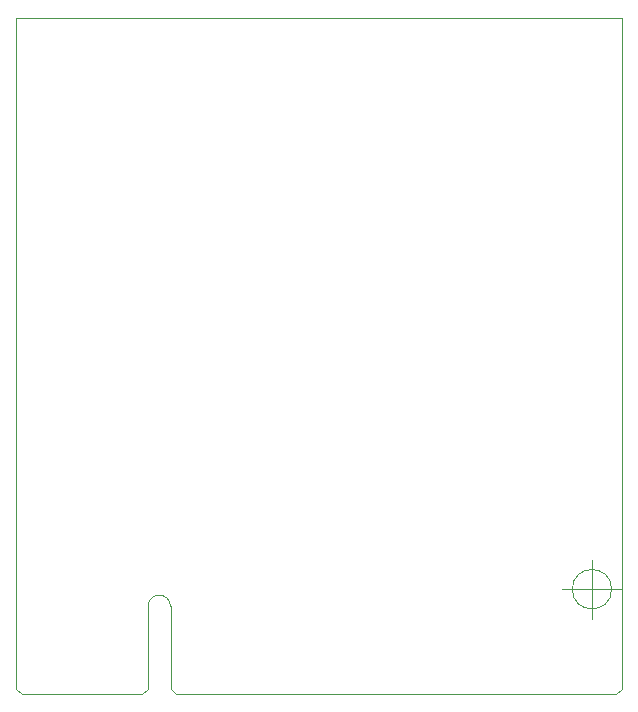
<source format=gbr>
G04 #@! TF.GenerationSoftware,KiCad,Pcbnew,(6.0.10)*
G04 #@! TF.CreationDate,2023-02-01T10:46:17+01:00*
G04 #@! TF.ProjectId,astropix_v3,61737472-6f70-4697-985f-76332e6b6963,1.0*
G04 #@! TF.SameCoordinates,Original*
G04 #@! TF.FileFunction,Profile,NP*
%FSLAX46Y46*%
G04 Gerber Fmt 4.6, Leading zero omitted, Abs format (unit mm)*
G04 Created by KiCad (PCBNEW (6.0.10)) date 2023-02-01 10:46:17*
%MOMM*%
%LPD*%
G01*
G04 APERTURE LIST*
G04 #@! TA.AperFunction,Profile*
%ADD10C,0.100000*%
G04 #@! TD*
G04 #@! TA.AperFunction,Profile*
%ADD11C,0.050000*%
G04 #@! TD*
G04 APERTURE END LIST*
D10*
X105522000Y-100841000D02*
X105537000Y-51943000D01*
X105537000Y-51943000D02*
X156845000Y-51943000D01*
X156845000Y-51943000D02*
X156822000Y-100841000D01*
D11*
X155971666Y-100330000D02*
G75*
G03*
X155971666Y-100330000I-1666666J0D01*
G01*
X151805000Y-100330000D02*
X156805000Y-100330000D01*
X154305000Y-97830000D02*
X154305000Y-102830000D01*
D10*
G04 #@! TO.C,J1*
X105522000Y-100841000D02*
X105522000Y-108741000D01*
X118622000Y-101791000D02*
X118622000Y-108741000D01*
X106022000Y-109241000D02*
X116222000Y-109241000D01*
X119122000Y-109241000D02*
X156322000Y-109241000D01*
X156822000Y-100841000D02*
X156822000Y-108741000D01*
X118622000Y-108741000D02*
X119122000Y-109241000D01*
X156822000Y-108741000D02*
X156322000Y-109241000D01*
X116722000Y-101791000D02*
X116722000Y-108741000D01*
X116722000Y-108741000D02*
X116222000Y-109241000D01*
X105522000Y-108741000D02*
X106022000Y-109241000D01*
X118622000Y-101791000D02*
G75*
G03*
X116722000Y-101791000I-950000J0D01*
G01*
G04 #@! TD*
M02*

</source>
